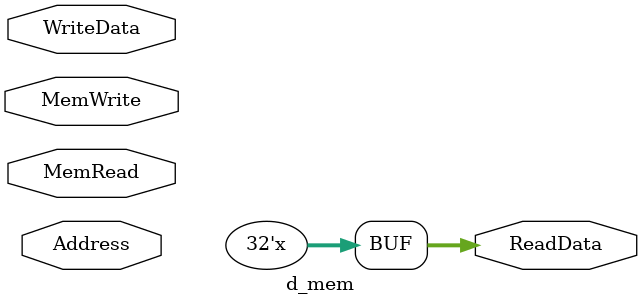
<source format=v>

module d_mem(Address, WriteData, ReadData, MemWrite, MemRead);
	
	input wire [31:0] Address, WriteData; // endereço e a mensagem que será escrita na memória caso o MemWrite seja = 1 
	input wire MemWrite, MemRead;  // verifica se a função é de escrita ou leitura
	output reg [31:0] ReadData; // retorno da leitura
	
	parameter MEM_SIZE = 1024; // memória em si, nesse caso são 1024 posições de 32 bits = 1024 * 32 = 32768 bits ou 4 KiB 
	reg [31:0] memoria [0 : MEM_SIZE-1];// memória em si, nesse caso são 1024 posições de 32 bits = 1024 * 32 = 32768 bits ou 4 KiB 
	assign cabo = Address % MEM_SIZE;
	
	always @ * begin // em qualquer alteração no cabeçalho o valor será retornado 
	
		ReadData = memoria[cabo];  // independente da função ele retorna o valor no local 

		if (MemWrite) begin // caso seja do tipo escrita escreve o valor na memória 
			memoria[cabo] <= WriteData;
		end
	end

endmodule 

</source>
